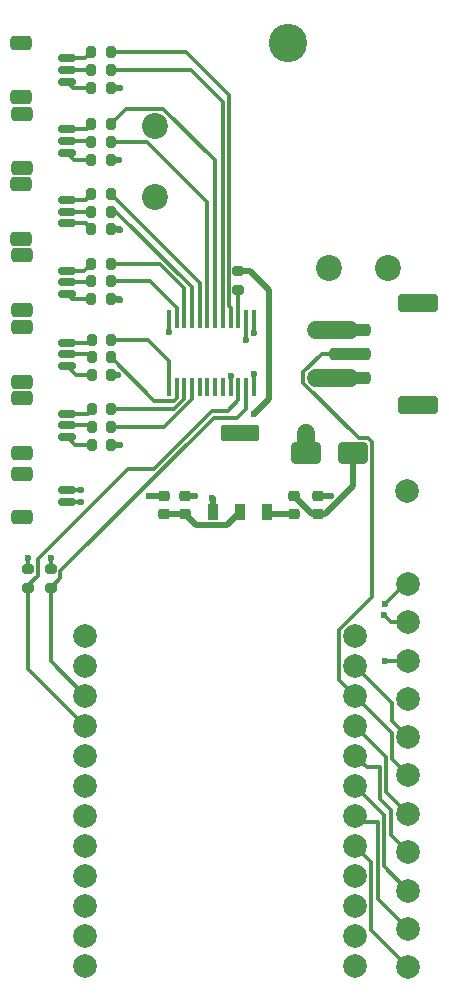
<source format=gbr>
%TF.GenerationSoftware,KiCad,Pcbnew,8.0.7*%
%TF.CreationDate,2024-12-30T07:44:03-08:00*%
%TF.ProjectId,motion-play-v3,6d6f7469-6f6e-42d7-906c-61792d76332e,rev?*%
%TF.SameCoordinates,Original*%
%TF.FileFunction,Copper,L1,Top*%
%TF.FilePolarity,Positive*%
%FSLAX46Y46*%
G04 Gerber Fmt 4.6, Leading zero omitted, Abs format (unit mm)*
G04 Created by KiCad (PCBNEW 8.0.7) date 2024-12-30 07:44:03*
%MOMM*%
%LPD*%
G01*
G04 APERTURE LIST*
G04 Aperture macros list*
%AMRoundRect*
0 Rectangle with rounded corners*
0 $1 Rounding radius*
0 $2 $3 $4 $5 $6 $7 $8 $9 X,Y pos of 4 corners*
0 Add a 4 corners polygon primitive as box body*
4,1,4,$2,$3,$4,$5,$6,$7,$8,$9,$2,$3,0*
0 Add four circle primitives for the rounded corners*
1,1,$1+$1,$2,$3*
1,1,$1+$1,$4,$5*
1,1,$1+$1,$6,$7*
1,1,$1+$1,$8,$9*
0 Add four rect primitives between the rounded corners*
20,1,$1+$1,$2,$3,$4,$5,0*
20,1,$1+$1,$4,$5,$6,$7,0*
20,1,$1+$1,$6,$7,$8,$9,0*
20,1,$1+$1,$8,$9,$2,$3,0*%
G04 Aperture macros list end*
%TA.AperFunction,SMDPad,CuDef*%
%ADD10RoundRect,0.250000X-0.650000X0.350000X-0.650000X-0.350000X0.650000X-0.350000X0.650000X0.350000X0*%
%TD*%
%TA.AperFunction,SMDPad,CuDef*%
%ADD11RoundRect,0.150000X-0.625000X0.150000X-0.625000X-0.150000X0.625000X-0.150000X0.625000X0.150000X0*%
%TD*%
%TA.AperFunction,SMDPad,CuDef*%
%ADD12C,2.000000*%
%TD*%
%TA.AperFunction,SMDPad,CuDef*%
%ADD13RoundRect,0.200000X-0.200000X-0.275000X0.200000X-0.275000X0.200000X0.275000X-0.200000X0.275000X0*%
%TD*%
%TA.AperFunction,SMDPad,CuDef*%
%ADD14RoundRect,0.200000X0.275000X-0.200000X0.275000X0.200000X-0.275000X0.200000X-0.275000X-0.200000X0*%
%TD*%
%TA.AperFunction,SMDPad,CuDef*%
%ADD15RoundRect,0.069750X0.395250X-0.585250X0.395250X0.585250X-0.395250X0.585250X-0.395250X-0.585250X0*%
%TD*%
%TA.AperFunction,SMDPad,CuDef*%
%ADD16RoundRect,0.098250X1.521750X-0.556750X1.521750X0.556750X-1.521750X0.556750X-1.521750X-0.556750X0*%
%TD*%
%TA.AperFunction,SMDPad,CuDef*%
%ADD17RoundRect,0.200000X0.200000X0.275000X-0.200000X0.275000X-0.200000X-0.275000X0.200000X-0.275000X0*%
%TD*%
%TA.AperFunction,SMDPad,CuDef*%
%ADD18RoundRect,0.225000X0.250000X-0.225000X0.250000X0.225000X-0.250000X0.225000X-0.250000X-0.225000X0*%
%TD*%
%TA.AperFunction,ComponentPad*%
%ADD19C,2.200000*%
%TD*%
%TA.AperFunction,WasherPad*%
%ADD20C,3.250000*%
%TD*%
%TA.AperFunction,SMDPad,CuDef*%
%ADD21RoundRect,0.225000X-0.250000X0.225000X-0.250000X-0.225000X0.250000X-0.225000X0.250000X0.225000X0*%
%TD*%
%TA.AperFunction,SMDPad,CuDef*%
%ADD22RoundRect,0.051250X-0.153750X0.733750X-0.153750X-0.733750X0.153750X-0.733750X0.153750X0.733750X0*%
%TD*%
%TA.AperFunction,SMDPad,CuDef*%
%ADD23RoundRect,0.250000X1.000000X0.650000X-1.000000X0.650000X-1.000000X-0.650000X1.000000X-0.650000X0*%
%TD*%
%TA.AperFunction,ComponentPad*%
%ADD24C,2.000000*%
%TD*%
%TA.AperFunction,SMDPad,CuDef*%
%ADD25RoundRect,0.250000X1.500000X-0.250000X1.500000X0.250000X-1.500000X0.250000X-1.500000X-0.250000X0*%
%TD*%
%TA.AperFunction,SMDPad,CuDef*%
%ADD26RoundRect,0.250001X1.449999X-0.499999X1.449999X0.499999X-1.449999X0.499999X-1.449999X-0.499999X0*%
%TD*%
%TA.AperFunction,ViaPad*%
%ADD27C,0.600000*%
%TD*%
%TA.AperFunction,Conductor*%
%ADD28C,0.500000*%
%TD*%
%TA.AperFunction,Conductor*%
%ADD29C,0.300000*%
%TD*%
%TA.AperFunction,Conductor*%
%ADD30C,1.500000*%
%TD*%
G04 APERTURE END LIST*
D10*
%TO.P,J5,MP*%
%TO.N,N/C*%
X136437500Y-72450000D03*
X136437500Y-67850000D03*
D11*
%TO.P,J5,3,Pin_3*%
%TO.N,Net-(J4-Pin_3)*%
X140312500Y-71150000D03*
%TO.P,J5,2,Pin_2*%
%TO.N,Net-(J5-Pin_2)*%
X140312500Y-70150000D03*
%TO.P,J5,1,Pin_1*%
%TO.N,Net-(J5-Pin_1)*%
X140312500Y-69150000D03*
%TD*%
D12*
%TO.P,13,1,1*%
%TO.N,Net-(J8-Pin_3)*%
X169169068Y-140135000D03*
%TD*%
D11*
%TO.P,J10,1,Pin_1*%
%TO.N,/+3.3V*%
X140312500Y-99700000D03*
%TO.P,J10,2,Pin_2*%
%TO.N,/GND*%
X140312500Y-100700000D03*
D10*
%TO.P,J10,MP*%
%TO.N,N/C*%
X136437500Y-98400000D03*
X136437500Y-102000000D03*
%TD*%
D12*
%TO.P,1,1,1*%
%TO.N,Net-(U2-1)*%
X169169068Y-120635000D03*
%TD*%
%TO.P,12,1,1*%
%TO.N,Net-(J6-Pin_3)*%
X169169068Y-136885000D03*
%TD*%
D10*
%TO.P,J4,MP*%
%TO.N,N/C*%
X136412500Y-66450000D03*
X136412500Y-61850000D03*
D11*
%TO.P,J4,3,Pin_3*%
%TO.N,Net-(J4-Pin_3)*%
X140287500Y-65150000D03*
%TO.P,J4,2,Pin_2*%
%TO.N,Net-(J4-Pin_2)*%
X140287500Y-64150000D03*
%TO.P,J4,1,Pin_1*%
%TO.N,Net-(J4-Pin_1)*%
X140287500Y-63150000D03*
%TD*%
D13*
%TO.P,R15,1*%
%TO.N,Net-(J6-Pin_2)*%
X142350000Y-76150000D03*
%TO.P,R15,2*%
%TO.N,Net-(U3-SC2)*%
X144000000Y-76150000D03*
%TD*%
D12*
%TO.P,2,1,1*%
%TO.N,Net-(J3-Pin_2)*%
X169169068Y-123885000D03*
%TD*%
%TO.P,12,1,1*%
%TO.N,Net-(J4-Pin_3)*%
X169169068Y-133635000D03*
%TD*%
D14*
%TO.P,R2,1*%
%TO.N,/SCL*%
X137000000Y-108025000D03*
%TO.P,R2,2*%
%TO.N,/+3.3V*%
X137000000Y-106375000D03*
%TD*%
D15*
%TO.P,U4,1,GND/ADJ*%
%TO.N,/GND*%
X152607500Y-101582500D03*
%TO.P,U4,2,VOUT*%
%TO.N,Net-(U4-VOUT)*%
X154897500Y-101582500D03*
%TO.P,U4,3,VIN*%
%TO.N,Net-(U4-VIN)*%
X157187500Y-101582500D03*
D16*
%TO.P,U4,4*%
%TO.N,N/C*%
X154897500Y-94892500D03*
%TD*%
D17*
%TO.P,R9,1*%
%TO.N,/+3.3V*%
X144025000Y-95900000D03*
%TO.P,R9,2*%
%TO.N,Net-(J8-Pin_3)*%
X142375000Y-95900000D03*
%TD*%
D12*
%TO.P,3,1,1*%
%TO.N,Net-(U2-3)*%
X169169068Y-127135000D03*
%TD*%
D13*
%TO.P,R11,1*%
%TO.N,Net-(J4-Pin_2)*%
X142325000Y-64150000D03*
%TO.P,R11,2*%
%TO.N,Net-(U3-SC0)*%
X143975000Y-64150000D03*
%TD*%
D11*
%TO.P,J9,1,Pin_1*%
%TO.N,Net-(J9-Pin_1)*%
X140312500Y-93250000D03*
%TO.P,J9,2,Pin_2*%
%TO.N,Net-(J9-Pin_2)*%
X140312500Y-94250000D03*
%TO.P,J9,3,Pin_3*%
%TO.N,Net-(J8-Pin_3)*%
X140312500Y-95250000D03*
D10*
%TO.P,J9,MP*%
%TO.N,N/C*%
X136437500Y-91950000D03*
X136437500Y-96550000D03*
%TD*%
%TO.P,J7,MP*%
%TO.N,N/C*%
X136437500Y-84450000D03*
X136437500Y-79850000D03*
D11*
%TO.P,J7,3,Pin_3*%
%TO.N,Net-(J6-Pin_3)*%
X140312500Y-83150000D03*
%TO.P,J7,2,Pin_2*%
%TO.N,Net-(J7-Pin_2)*%
X140312500Y-82150000D03*
%TO.P,J7,1,Pin_1*%
%TO.N,Net-(J7-Pin_1)*%
X140312500Y-81150000D03*
%TD*%
D17*
%TO.P,R8,2*%
%TO.N,Net-(J8-Pin_3)*%
X142375000Y-90000000D03*
%TO.P,R8,1*%
%TO.N,/+3.3V*%
X144025000Y-90000000D03*
%TD*%
D13*
%TO.P,R18,2*%
%TO.N,Net-(U3-SD4)*%
X144025000Y-87000000D03*
%TO.P,R18,1*%
%TO.N,Net-(J8-Pin_1)*%
X142375000Y-87000000D03*
%TD*%
D18*
%TO.P,C3,2*%
%TO.N,/GND*%
X161497500Y-100225000D03*
%TO.P,C3,1*%
%TO.N,Net-(D1-K)*%
X161497500Y-101775000D03*
%TD*%
D12*
%TO.P,18,1,1*%
%TO.N,Net-(U2-18)*%
X169169068Y-107685000D03*
%TD*%
D19*
%TO.P,J2,GND*%
%TO.N,N/C*%
X147747500Y-68887500D03*
%TO.P,J2,5V*%
X147747500Y-74887500D03*
%TO.P,J2,2,5V*%
%TO.N,/+5V*%
X162497500Y-80887500D03*
%TO.P,J2,1,GND*%
%TO.N,/GND*%
X167497500Y-80887500D03*
D20*
%TO.P,J2,*%
%TO.N,*%
X158997500Y-61887500D03*
%TD*%
D12*
%TO.P,17,1,1*%
%TO.N,Net-(U2-17)*%
X169169068Y-110935000D03*
%TD*%
D10*
%TO.P,J8,MP*%
%TO.N,N/C*%
X136437500Y-90550000D03*
X136437500Y-85950000D03*
D11*
%TO.P,J8,3,Pin_3*%
%TO.N,Net-(J8-Pin_3)*%
X140312500Y-89250000D03*
%TO.P,J8,2,Pin_2*%
%TO.N,Net-(J8-Pin_2)*%
X140312500Y-88250000D03*
%TO.P,J8,1,Pin_1*%
%TO.N,Net-(J8-Pin_1)*%
X140312500Y-87250000D03*
%TD*%
D12*
%TO.P,5V,1,1*%
%TO.N,/+5V*%
X169100000Y-99800000D03*
%TD*%
%TO.P,16,1,1*%
%TO.N,Net-(U2-16)*%
X169169068Y-117435000D03*
%TD*%
D18*
%TO.P,C4,1*%
%TO.N,Net-(U4-VOUT)*%
X150297500Y-101775000D03*
%TO.P,C4,2*%
%TO.N,/GND*%
X150297500Y-100225000D03*
%TD*%
D12*
%TO.P,21,1,1*%
%TO.N,Net-(U2-21)*%
X169169068Y-114185000D03*
%TD*%
D17*
%TO.P,R3,1*%
%TO.N,/+3.3V*%
X143975000Y-65650000D03*
%TO.P,R3,2*%
%TO.N,Net-(J4-Pin_3)*%
X142325000Y-65650000D03*
%TD*%
D14*
%TO.P,R6,1*%
%TO.N,Net-(U2-10)*%
X154800000Y-82825000D03*
%TO.P,R6,2*%
%TO.N,/+3.3V*%
X154800000Y-81175000D03*
%TD*%
D17*
%TO.P,R4,1*%
%TO.N,/+3.3V*%
X144000000Y-71750000D03*
%TO.P,R4,2*%
%TO.N,Net-(J4-Pin_3)*%
X142350000Y-71750000D03*
%TD*%
%TO.P,R7,2*%
%TO.N,Net-(J6-Pin_3)*%
X142350000Y-83550000D03*
%TO.P,R7,1*%
%TO.N,/+3.3V*%
X144000000Y-83550000D03*
%TD*%
D13*
%TO.P,R16,2*%
%TO.N,Net-(U3-SD3)*%
X144000000Y-80550000D03*
%TO.P,R16,1*%
%TO.N,Net-(J7-Pin_1)*%
X142350000Y-80550000D03*
%TD*%
%TO.P,R13,1*%
%TO.N,Net-(J5-Pin_2)*%
X142350000Y-70250000D03*
%TO.P,R13,2*%
%TO.N,Net-(U3-SC1)*%
X144000000Y-70250000D03*
%TD*%
%TO.P,R10,1*%
%TO.N,Net-(J4-Pin_1)*%
X142325000Y-62650000D03*
%TO.P,R10,2*%
%TO.N,Net-(U3-SD0)*%
X143975000Y-62650000D03*
%TD*%
D21*
%TO.P,C1,2*%
%TO.N,Net-(U4-VIN)*%
X159497500Y-101775000D03*
%TO.P,C1,1*%
%TO.N,Net-(D1-K)*%
X159497500Y-100225000D03*
%TD*%
D13*
%TO.P,R14,1*%
%TO.N,Net-(J6-Pin_1)*%
X142350000Y-74650000D03*
%TO.P,R14,2*%
%TO.N,Net-(U3-SD2)*%
X144000000Y-74650000D03*
%TD*%
%TO.P,R20,2*%
%TO.N,Net-(U3-SD5)*%
X144025000Y-92900000D03*
%TO.P,R20,1*%
%TO.N,Net-(J9-Pin_1)*%
X142375000Y-92900000D03*
%TD*%
D22*
%TO.P,U3,24,VCC*%
%TO.N,/+3.3V*%
X156075000Y-91025000D03*
%TO.P,U3,23,SDA*%
%TO.N,/SDA*%
X155425000Y-91025000D03*
%TO.P,U3,22,SCL*%
%TO.N,/SCL*%
X154775000Y-91025000D03*
%TO.P,U3,21,A2*%
%TO.N,/GND*%
X154125000Y-91025000D03*
%TO.P,U3,20,SC7*%
%TO.N,unconnected-(U3-SC7-Pad20)*%
X153475000Y-91025000D03*
%TO.P,U3,19,SD7*%
%TO.N,unconnected-(U3-SD7-Pad19)*%
X152825000Y-91025000D03*
%TO.P,U3,18,SC6*%
%TO.N,unconnected-(U3-SC6-Pad18)*%
X152175000Y-91025000D03*
%TO.P,U3,17,SD6*%
%TO.N,unconnected-(U3-SD6-Pad17)*%
X151525000Y-91025000D03*
%TO.P,U3,16,SC5*%
%TO.N,Net-(U3-SC5)*%
X150875000Y-91025000D03*
%TO.P,U3,15,SD5*%
%TO.N,Net-(U3-SD5)*%
X150225000Y-91025000D03*
%TO.P,U3,14,SC4*%
%TO.N,Net-(U3-SC4)*%
X149575000Y-91025000D03*
%TO.P,U3,13,SD4*%
%TO.N,Net-(U3-SD4)*%
X148925000Y-91025000D03*
%TO.P,U3,12,GND*%
%TO.N,/GND*%
X148925000Y-85285000D03*
%TO.P,U3,11,SC3*%
%TO.N,Net-(U3-SC3)*%
X149575000Y-85285000D03*
%TO.P,U3,10,SD3*%
%TO.N,Net-(U3-SD3)*%
X150225000Y-85285000D03*
%TO.P,U3,9,SC2*%
%TO.N,Net-(U3-SC2)*%
X150875000Y-85285000D03*
%TO.P,U3,8,SD2*%
%TO.N,Net-(U3-SD2)*%
X151525000Y-85285000D03*
%TO.P,U3,7,SC1*%
%TO.N,Net-(U3-SC1)*%
X152175000Y-85285000D03*
%TO.P,U3,6,SD1*%
%TO.N,Net-(U3-SD1)*%
X152825000Y-85285000D03*
%TO.P,U3,5,SC0*%
%TO.N,Net-(U3-SC0)*%
X153475000Y-85285000D03*
%TO.P,U3,4,SD0*%
%TO.N,Net-(U3-SD0)*%
X154125000Y-85285000D03*
%TO.P,U3,3,~{RESET}*%
%TO.N,Net-(U2-10)*%
X154775000Y-85285000D03*
%TO.P,U3,2,A1*%
%TO.N,/GND*%
X155425000Y-85285000D03*
%TO.P,U3,1,A0*%
X156075000Y-85285000D03*
%TD*%
D10*
%TO.P,J6,MP*%
%TO.N,N/C*%
X136412500Y-78450000D03*
X136412500Y-73850000D03*
D11*
%TO.P,J6,3,Pin_3*%
%TO.N,Net-(J6-Pin_3)*%
X140287500Y-77150000D03*
%TO.P,J6,2,Pin_2*%
%TO.N,Net-(J6-Pin_2)*%
X140287500Y-76150000D03*
%TO.P,J6,1,Pin_1*%
%TO.N,Net-(J6-Pin_1)*%
X140287500Y-75150000D03*
%TD*%
D13*
%TO.P,R19,2*%
%TO.N,Net-(U3-SC4)*%
X144025000Y-88500000D03*
%TO.P,R19,1*%
%TO.N,Net-(J8-Pin_2)*%
X142375000Y-88500000D03*
%TD*%
D14*
%TO.P,R1,1*%
%TO.N,/SDA*%
X138900000Y-108025000D03*
%TO.P,R1,2*%
%TO.N,/+3.3V*%
X138900000Y-106375000D03*
%TD*%
D13*
%TO.P,R12,1*%
%TO.N,Net-(J5-Pin_1)*%
X142350000Y-68750000D03*
%TO.P,R12,2*%
%TO.N,Net-(U3-SD1)*%
X144000000Y-68750000D03*
%TD*%
D18*
%TO.P,C2,2*%
%TO.N,/+3.3V*%
X148497500Y-100225000D03*
%TO.P,C2,1*%
%TO.N,Net-(U4-VOUT)*%
X148497500Y-101775000D03*
%TD*%
D13*
%TO.P,R21,1*%
%TO.N,Net-(J9-Pin_2)*%
X142375000Y-94400000D03*
%TO.P,R21,2*%
%TO.N,Net-(U3-SC5)*%
X144025000Y-94400000D03*
%TD*%
D23*
%TO.P,D1,2,A*%
%TO.N,/+5V*%
X160497500Y-96600000D03*
%TO.P,D1,1,K*%
%TO.N,Net-(D1-K)*%
X164497500Y-96600000D03*
%TD*%
D24*
%TO.P,U2,1,3v*%
%TO.N,Net-(3V2-Pad1)*%
X164700000Y-112100000D03*
%TO.P,U2,2,1*%
%TO.N,Net-(U2-1)*%
X164700000Y-114640000D03*
%TO.P,U2,3,2*%
%TO.N,Net-(J3-Pin_2)*%
X164700000Y-117180000D03*
%TO.P,U2,4,3*%
%TO.N,Net-(U2-3)*%
X164700000Y-119720000D03*
%TO.P,U2,5,10*%
%TO.N,Net-(U2-10)*%
X164700000Y-122260000D03*
%TO.P,U2,6,11*%
%TO.N,Net-(J4-Pin_3)*%
X164700000Y-124800000D03*
%TO.P,U2,7,12*%
%TO.N,Net-(J6-Pin_3)*%
X164700000Y-127340000D03*
%TO.P,U2,8,13*%
%TO.N,Net-(J8-Pin_3)*%
X164700000Y-129880000D03*
%TO.P,U2,9,NC*%
%TO.N,unconnected-(U2-NC-Pad9)*%
X164700000Y-132420000D03*
%TO.P,U2,10,NC*%
%TO.N,unconnected-(U2-NC-Pad10)*%
X164700000Y-134960000D03*
%TO.P,U2,11,GND*%
%TO.N,/GND*%
X164700000Y-137500000D03*
%TO.P,U2,12,5V*%
%TO.N,/+5V*%
X164700000Y-140040000D03*
%TO.P,U2,13,GND*%
%TO.N,/GND*%
X141838136Y-112100000D03*
%TO.P,U2,14,GND*%
X141838136Y-114640000D03*
%TO.P,U2,15,43*%
%TO.N,/SDA*%
X141838136Y-117180000D03*
%TO.P,U2,16,44*%
%TO.N,/SCL*%
X141838136Y-119720000D03*
%TO.P,U2,17,18*%
%TO.N,Net-(U2-18)*%
X141838136Y-122260000D03*
%TO.P,U2,18,17*%
%TO.N,Net-(U2-17)*%
X141838136Y-124800000D03*
%TO.P,U2,19,21*%
%TO.N,Net-(U2-21)*%
X141838136Y-127340000D03*
%TO.P,U2,20,16*%
%TO.N,Net-(U2-16)*%
X141838136Y-129880000D03*
%TO.P,U2,21,NC*%
%TO.N,unconnected-(U2-NC-Pad21)*%
X141838136Y-132420000D03*
%TO.P,U2,22,GND*%
%TO.N,/GND*%
X141838136Y-134960000D03*
%TO.P,U2,23,GND*%
X141838136Y-137500000D03*
%TO.P,U2,24,3v*%
%TO.N,Net-(3V1-Pad1)*%
X141838136Y-140040000D03*
%TD*%
D25*
%TO.P,J3,31,Pin_1*%
%TO.N,/+5V*%
X164247500Y-90200000D03*
%TO.P,J3,32,Pin_2*%
%TO.N,Net-(J3-Pin_2)*%
X164247500Y-88200000D03*
%TO.P,J3,33,Pin_3*%
%TO.N,/GND*%
X164247500Y-86200000D03*
D26*
%TO.P,J3,MP*%
%TO.N,N/C*%
X169997500Y-92550000D03*
X169997500Y-83850000D03*
%TD*%
D13*
%TO.P,R17,2*%
%TO.N,Net-(U3-SC3)*%
X144000000Y-82050000D03*
%TO.P,R17,1*%
%TO.N,Net-(J7-Pin_2)*%
X142350000Y-82050000D03*
%TD*%
D12*
%TO.P,10,1,1*%
%TO.N,Net-(U2-10)*%
X169169068Y-130385000D03*
%TD*%
D17*
%TO.P,R5,1*%
%TO.N,/+3.3V*%
X144000000Y-77650000D03*
%TO.P,R5,2*%
%TO.N,Net-(J6-Pin_3)*%
X142350000Y-77650000D03*
%TD*%
D27*
%TO.N,/+3.3V*%
X156100000Y-93300000D03*
%TO.N,Net-(U2-18)*%
X167200000Y-109400000D03*
%TO.N,Net-(U2-17)*%
X167100000Y-110300000D03*
%TO.N,Net-(U2-21)*%
X167200000Y-114200000D03*
%TO.N,/GND*%
X161400000Y-86200000D03*
%TO.N,/+3.3V*%
X137000000Y-105500000D03*
X138900000Y-105500000D03*
%TO.N,/GND*%
X141500000Y-100700000D03*
%TO.N,/+3.3V*%
X141500000Y-99700000D03*
X156075000Y-89922500D03*
%TO.N,/GND*%
X154125001Y-90049173D03*
X148875000Y-86322500D03*
X155475000Y-87022500D03*
X156075000Y-86422500D03*
%TO.N,/+3.3V*%
X144800000Y-65700000D03*
X144700000Y-71800000D03*
X144800000Y-77700000D03*
X144800000Y-83600000D03*
X144600000Y-90000000D03*
X144800000Y-95900000D03*
X147197500Y-100200000D03*
%TO.N,/GND*%
X151097500Y-100200000D03*
X152597500Y-100400000D03*
X162597500Y-100200000D03*
%TO.N,/+5V*%
X160497500Y-94900000D03*
X161397500Y-90200000D03*
%TD*%
D28*
%TO.N,/+3.3V*%
X157400000Y-92000000D02*
X156100000Y-93300000D01*
X157400000Y-82800000D02*
X157400000Y-92000000D01*
X154800000Y-81175000D02*
X155775000Y-81175000D01*
X155775000Y-81175000D02*
X157400000Y-82800000D01*
D29*
%TO.N,Net-(U2-18)*%
X169169068Y-107685000D02*
X168915000Y-107685000D01*
X168915000Y-107685000D02*
X167200000Y-109400000D01*
%TO.N,Net-(U2-17)*%
X169169068Y-110935000D02*
X167735000Y-110935000D01*
X167735000Y-110935000D02*
X167100000Y-110300000D01*
%TO.N,Net-(U2-21)*%
X167215000Y-114185000D02*
X167200000Y-114200000D01*
X169169068Y-114185000D02*
X167215000Y-114185000D01*
D30*
%TO.N,/GND*%
X164247500Y-86200000D02*
X161400000Y-86200000D01*
D29*
%TO.N,/SCL*%
X152592893Y-93000000D02*
X153900000Y-93000000D01*
X153900000Y-93000000D02*
X154775000Y-92125000D01*
X137825000Y-105575000D02*
X145453553Y-97946447D01*
X145453553Y-97946447D02*
X147646446Y-97946447D01*
X137825000Y-106975000D02*
X137825000Y-105575000D01*
X147646446Y-97946447D02*
X152592893Y-93000000D01*
X137000000Y-107800000D02*
X137825000Y-106975000D01*
X137000000Y-108025000D02*
X137000000Y-107800000D01*
X154775000Y-92125000D02*
X154775000Y-91025000D01*
%TO.N,/SDA*%
X152700000Y-93600000D02*
X154700000Y-93600000D01*
X139725000Y-106575000D02*
X152700000Y-93600000D01*
X155425000Y-92875000D02*
X155425000Y-91025000D01*
X139725000Y-107200000D02*
X139725000Y-106575000D01*
X138900000Y-108025000D02*
X139725000Y-107200000D01*
X154700000Y-93600000D02*
X155425000Y-92875000D01*
%TO.N,/+3.3V*%
X137000000Y-106375000D02*
X137000000Y-105500000D01*
X138900000Y-106375000D02*
X138900000Y-105500000D01*
%TO.N,/SCL*%
X141838136Y-119720000D02*
X137000000Y-114881864D01*
X137000000Y-114881864D02*
X137000000Y-108025000D01*
%TO.N,/SDA*%
X141838136Y-117180000D02*
X138900000Y-114241864D01*
X138900000Y-114241864D02*
X138900000Y-108025000D01*
%TO.N,Net-(J8-Pin_3)*%
X169169068Y-140135000D02*
X166050000Y-137015932D01*
X166050000Y-137015932D02*
X166050000Y-131230000D01*
X166050000Y-131230000D02*
X164700000Y-129880000D01*
%TO.N,Net-(J6-Pin_3)*%
X166600000Y-134315932D02*
X166600000Y-127800000D01*
X169169068Y-136885000D02*
X166600000Y-134315932D01*
X166600000Y-127800000D02*
X165160000Y-127800000D01*
X165160000Y-127800000D02*
X164700000Y-127340000D01*
%TO.N,Net-(J4-Pin_3)*%
X169169068Y-133635000D02*
X167100000Y-131565932D01*
X167100000Y-131565932D02*
X167100000Y-127200000D01*
X167100000Y-127200000D02*
X164700000Y-124800000D01*
%TO.N,Net-(U2-10)*%
X166800000Y-125900000D02*
X166800000Y-123200000D01*
X167700000Y-126800000D02*
X166800000Y-125900000D01*
X169169068Y-130385000D02*
X167700000Y-128915932D01*
X167700000Y-128915932D02*
X167700000Y-126800000D01*
X166800000Y-123200000D02*
X165640000Y-123200000D01*
X165640000Y-123200000D02*
X164700000Y-122260000D01*
%TO.N,Net-(U2-3)*%
X169169068Y-127135000D02*
X167319068Y-125285000D01*
X167319068Y-125285000D02*
X167319068Y-122339068D01*
X167319068Y-122339068D02*
X164700000Y-119720000D01*
%TO.N,Net-(U2-1)*%
X169169068Y-120635000D02*
X167819068Y-119285000D01*
X167819068Y-119285000D02*
X167819068Y-117759068D01*
X167819068Y-117759068D02*
X164700000Y-114640000D01*
%TO.N,Net-(J3-Pin_2)*%
X166100000Y-95697044D02*
X166100000Y-108790811D01*
X166100000Y-108790811D02*
X163300000Y-111590811D01*
X163300000Y-115780000D02*
X164700000Y-117180000D01*
X163300000Y-111590811D02*
X163300000Y-115780000D01*
X169169068Y-123885000D02*
X167819068Y-122535000D01*
X167819068Y-122535000D02*
X167819068Y-120299068D01*
X167819068Y-120299068D02*
X164700000Y-117180000D01*
X164247500Y-88200000D02*
X161841865Y-88200000D01*
X160297500Y-89744365D02*
X160297500Y-90655635D01*
X160297500Y-90655635D02*
X164991865Y-95350000D01*
X161841865Y-88200000D02*
X160297500Y-89744365D01*
X164991865Y-95350000D02*
X165752956Y-95350000D01*
X165752956Y-95350000D02*
X166100000Y-95697044D01*
%TO.N,Net-(U3-SC5)*%
X144025000Y-94400000D02*
X148514213Y-94400000D01*
X148514213Y-94400000D02*
X150875000Y-92039213D01*
X150875000Y-92039213D02*
X150875000Y-91025000D01*
%TO.N,Net-(U3-SD5)*%
X144025000Y-92900000D02*
X149307107Y-92900000D01*
X149307107Y-92900000D02*
X150225000Y-91982107D01*
X150225000Y-91982107D02*
X150225000Y-91025000D01*
%TO.N,Net-(U3-SC4)*%
X144025000Y-88500000D02*
X147685000Y-92160000D01*
X147685000Y-92160000D02*
X149340000Y-92160000D01*
X149340000Y-92160000D02*
X149575000Y-91925000D01*
X149575000Y-91925000D02*
X149575000Y-91025000D01*
%TO.N,Net-(U3-SD4)*%
X147100000Y-87000000D02*
X148900000Y-88800000D01*
X148900000Y-88800000D02*
X148900000Y-89100000D01*
X144025000Y-87000000D02*
X147100000Y-87000000D01*
X148925000Y-89125000D02*
X148925000Y-91025000D01*
X148900000Y-89100000D02*
X148925000Y-89125000D01*
%TO.N,Net-(U3-SC3)*%
X144000000Y-82050000D02*
X147336374Y-82050000D01*
X147336374Y-82050000D02*
X149575000Y-84288626D01*
X149575000Y-84288626D02*
X149575000Y-85285000D01*
%TO.N,Net-(U3-SD3)*%
X144000000Y-80550000D02*
X148142894Y-80550000D01*
X148142894Y-80550000D02*
X150225000Y-82632106D01*
X150225000Y-82632106D02*
X150225000Y-85285000D01*
%TO.N,Net-(U3-SC2)*%
X144000000Y-76150000D02*
X144450000Y-76150000D01*
X144450000Y-76150000D02*
X150875000Y-82575000D01*
X150875000Y-82575000D02*
X150875000Y-85285000D01*
%TO.N,Net-(U3-SD2)*%
X144000000Y-74650000D02*
X151525000Y-82175000D01*
X151525000Y-82175000D02*
X151525000Y-85285000D01*
%TO.N,Net-(U3-SC1)*%
X144000000Y-70250000D02*
X147059390Y-70250000D01*
X147059390Y-70250000D02*
X152175000Y-75365610D01*
X152175000Y-75365610D02*
X152175000Y-85285000D01*
%TO.N,Net-(U3-SD1)*%
X144000000Y-68750000D02*
X145312500Y-67437500D01*
X145312500Y-67437500D02*
X148437500Y-67437500D01*
X152825000Y-71825000D02*
X152825000Y-85285000D01*
X148437500Y-67437500D02*
X152825000Y-71825000D01*
%TO.N,Net-(U3-SC0)*%
X143975000Y-64150000D02*
X150750000Y-64150000D01*
X150750000Y-64150000D02*
X153475000Y-66875000D01*
X153475000Y-66875000D02*
X153475000Y-85285000D01*
%TO.N,Net-(U3-SD0)*%
X143975000Y-62650000D02*
X150350000Y-62650000D01*
X150350000Y-62650000D02*
X153975000Y-66275000D01*
X153975000Y-66275000D02*
X153975000Y-84138626D01*
X153975000Y-84138626D02*
X154125000Y-84288626D01*
X154125000Y-84288626D02*
X154125000Y-85285000D01*
%TO.N,Net-(U2-10)*%
X154800000Y-82825000D02*
X154800000Y-85260000D01*
X154800000Y-85260000D02*
X154775000Y-85285000D01*
%TO.N,Net-(J4-Pin_2)*%
X140287500Y-64150000D02*
X142325000Y-64150000D01*
%TO.N,Net-(J5-Pin_1)*%
X140312500Y-69150000D02*
X141950000Y-69150000D01*
X141950000Y-69150000D02*
X142350000Y-68750000D01*
%TO.N,Net-(J5-Pin_2)*%
X140312500Y-70150000D02*
X142250000Y-70150000D01*
X142250000Y-70150000D02*
X142350000Y-70250000D01*
%TO.N,Net-(J6-Pin_1)*%
X140287500Y-75150000D02*
X141850000Y-75150000D01*
X141850000Y-75150000D02*
X142350000Y-74650000D01*
%TO.N,Net-(J6-Pin_2)*%
X140287500Y-76150000D02*
X142350000Y-76150000D01*
%TO.N,Net-(J6-Pin_3)*%
X140287500Y-77150000D02*
X141850000Y-77150000D01*
X141850000Y-77150000D02*
X142350000Y-77650000D01*
%TO.N,Net-(J7-Pin_1)*%
X140312500Y-81150000D02*
X141750000Y-81150000D01*
X141750000Y-81150000D02*
X142350000Y-80550000D01*
%TO.N,Net-(J7-Pin_2)*%
X140312500Y-82150000D02*
X142250000Y-82150000D01*
X142250000Y-82150000D02*
X142350000Y-82050000D01*
%TO.N,Net-(J8-Pin_1)*%
X140312500Y-87250000D02*
X142125000Y-87250000D01*
X142125000Y-87250000D02*
X142375000Y-87000000D01*
%TO.N,Net-(J8-Pin_2)*%
X140312500Y-88250000D02*
X142125000Y-88250000D01*
X142125000Y-88250000D02*
X142375000Y-88500000D01*
%TO.N,Net-(J9-Pin_1)*%
X140312500Y-93250000D02*
X142025000Y-93250000D01*
X142025000Y-93250000D02*
X142375000Y-92900000D01*
%TO.N,Net-(J9-Pin_2)*%
X140312500Y-94250000D02*
X142225000Y-94250000D01*
X142225000Y-94250000D02*
X142375000Y-94400000D01*
%TO.N,Net-(J4-Pin_3)*%
X142325000Y-65650000D02*
X140787500Y-65650000D01*
X140787500Y-65650000D02*
X140287500Y-65150000D01*
X142350000Y-71750000D02*
X140912500Y-71750000D01*
X140912500Y-71750000D02*
X140312500Y-71150000D01*
%TO.N,Net-(J6-Pin_3)*%
X142350000Y-83550000D02*
X140712500Y-83550000D01*
X140712500Y-83550000D02*
X140312500Y-83150000D01*
%TO.N,Net-(J8-Pin_3)*%
X142375000Y-90000000D02*
X141062500Y-90000000D01*
X141062500Y-90000000D02*
X140312500Y-89250000D01*
X142375000Y-95900000D02*
X140962500Y-95900000D01*
X140962500Y-95900000D02*
X140312500Y-95250000D01*
%TO.N,/GND*%
X140312500Y-100700000D02*
X141500000Y-100700000D01*
%TO.N,/+3.3V*%
X140312500Y-99700000D02*
X141500000Y-99700000D01*
X156075000Y-91025000D02*
X156075000Y-89922500D01*
%TO.N,/GND*%
X154125000Y-90049174D02*
X154125001Y-90049173D01*
X154125000Y-91025000D02*
X154125000Y-90049174D01*
X148925000Y-86272500D02*
X148875000Y-86322500D01*
X148925000Y-85285000D02*
X148925000Y-86272500D01*
X155425000Y-86972500D02*
X155475000Y-87022500D01*
X155425000Y-85285000D02*
X155425000Y-86972500D01*
X156075000Y-85285000D02*
X156075000Y-86422500D01*
D28*
%TO.N,/+3.3V*%
X144750000Y-65650000D02*
X144800000Y-65700000D01*
X143975000Y-65650000D02*
X144750000Y-65650000D01*
X144650000Y-71750000D02*
X144700000Y-71800000D01*
X144000000Y-71750000D02*
X144650000Y-71750000D01*
X144750000Y-77650000D02*
X144800000Y-77700000D01*
X144000000Y-77650000D02*
X144750000Y-77650000D01*
X144750000Y-83550000D02*
X144800000Y-83600000D01*
X144000000Y-83550000D02*
X144750000Y-83550000D01*
X144025000Y-90000000D02*
X144600000Y-90000000D01*
X144025000Y-95900000D02*
X144800000Y-95900000D01*
X147222500Y-100225000D02*
X147197500Y-100200000D01*
X148497500Y-100225000D02*
X147222500Y-100225000D01*
%TO.N,Net-(U4-VOUT)*%
X150297500Y-101775000D02*
X148497500Y-101775000D01*
X154897500Y-101582500D02*
X153792500Y-102687500D01*
X151210000Y-102687500D02*
X150297500Y-101775000D01*
X153792500Y-102687500D02*
X151210000Y-102687500D01*
%TO.N,Net-(D1-K)*%
X161497500Y-101775000D02*
X162083161Y-101775000D01*
X162083161Y-101775000D02*
X164497500Y-99360661D01*
X164497500Y-99360661D02*
X164497500Y-96600000D01*
X161497500Y-101775000D02*
X161047500Y-101775000D01*
X161047500Y-101775000D02*
X159497500Y-100225000D01*
%TO.N,Net-(U4-VIN)*%
X159497500Y-101775000D02*
X157380000Y-101775000D01*
X157380000Y-101775000D02*
X157187500Y-101582500D01*
%TO.N,/GND*%
X151072500Y-100225000D02*
X151097500Y-100200000D01*
X150297500Y-100225000D02*
X151072500Y-100225000D01*
X152607500Y-100410000D02*
X152597500Y-100400000D01*
X152607500Y-101582500D02*
X152607500Y-100410000D01*
X162572500Y-100225000D02*
X162597500Y-100200000D01*
X161497500Y-100225000D02*
X162572500Y-100225000D01*
D30*
%TO.N,/+5V*%
X160497500Y-96600000D02*
X160497500Y-94900000D01*
X164247500Y-90200000D02*
X161397500Y-90200000D01*
D29*
%TO.N,Net-(J4-Pin_1)*%
X141825000Y-63150000D02*
X142325000Y-62650000D01*
X140287500Y-63150000D02*
X141825000Y-63150000D01*
%TD*%
M02*

</source>
